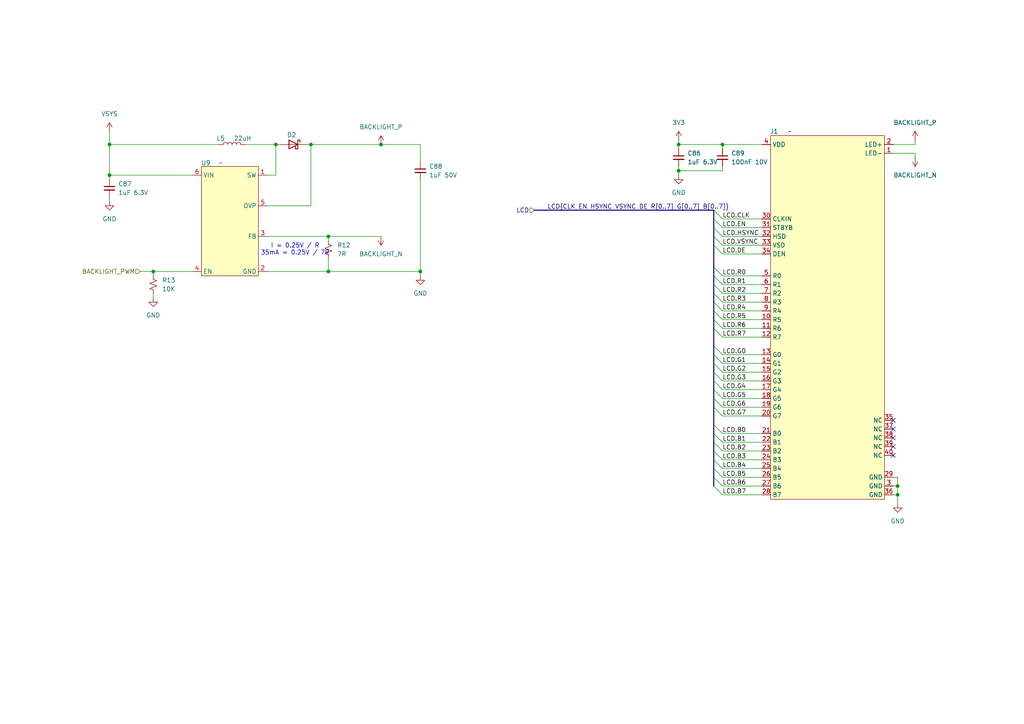
<source format=kicad_sch>
(kicad_sch (version 20250114) (generator "eeschema") (generator_version "9.0")
  (paper "A4")
  (lib_symbols
    (symbol "Device:C_Small" (pin_numbers (hide yes)) (pin_names (offset 0.254) (hide yes))
      (property "Reference" "C" (at 0.254 1.778 0))
      (property "Value" "C_Small" (at 0.254 -2.032 0))
      (symbol "C_Small_0_1"
        (polyline (pts (xy -1.524 0.508) (xy 1.524 0.508)) (stroke (width 0.3048)))
        (polyline (pts (xy -1.524 -0.508) (xy 1.524 -0.508)) (stroke (width 0.3302)))
      )
      (symbol "C_Small_1_1"
        (pin passive line (at 0 2.54 270) (length 2.032) (name "~") (number "1"))
        (pin passive line (at 0 -2.54 90) (length 2.032) (name "~") (number "2"))
      )
    )
    (symbol "Device:D_Schottky" (pin_numbers (hide yes)) (pin_names (offset 1.016) (hide yes))
      (property "Reference" "D" (at 0 2.54 0))
      (property "Value" "D_Schottky" (at 0 -2.54 0))
      (symbol "D_Schottky_0_1"
        (polyline (pts (xy -1.905 0.635) (xy -1.905 1.27) (xy -1.27 1.27) (xy -1.27 -1.27) (xy -0.635 -1.27) (xy -0.635 -0.635)) (stroke (width 0.254)))
        (polyline (pts (xy 1.27 1.27) (xy 1.27 -1.27) (xy -1.27 0) (xy 1.27 1.27)) (stroke (width 0.254)))
        (polyline (pts (xy 1.27 0) (xy -1.27 0)))
      )
      (symbol "D_Schottky_1_1"
        (pin passive line (at -3.81 0 0) (length 2.54) (name "K") (number "1"))
        (pin passive line (at 3.81 0 180) (length 2.54) (name "A") (number "2"))
      )
    )
    (symbol "Device:L" (pin_numbers (hide yes)) (pin_names (offset 1.016) (hide yes))
      (property "Reference" "L" (at -1.27 0 90))
      (property "Value" "L" (at 1.905 0 90))
      (symbol "L_0_1"
        (arc (start 0 2.54) (mid 0.6323 1.905) (end 0 1.27))
        (arc (start 0 1.27) (mid 0.6323 0.635) (end 0 0))
        (arc (start 0 0) (mid 0.6323 -0.635) (end 0 -1.27))
        (arc (start 0 -1.27) (mid 0.6323 -1.905) (end 0 -2.54))
      )
      (symbol "L_1_1"
        (pin passive line (at 0 3.81 270) (length 1.27) (name "1") (number "1"))
        (pin passive line (at 0 -3.81 90) (length 1.27) (name "2") (number "2"))
      )
    )
    (symbol "Device:R_Small_US" (pin_numbers (hide yes)) (pin_names (offset 0.254) (hide yes))
      (property "Reference" "R" (at 0.762 0.508 0))
      (property "Value" "R_Small_US" (at 0.762 -1.016 0))
      (symbol "R_Small_US_1_1"
        (polyline (pts (xy 0 1.524) (xy 1.016 1.143) (xy 0 0.762) (xy -1.016 0.381) (xy 0 0)))
        (polyline (pts (xy 0 0) (xy 1.016 -0.381) (xy 0 -0.762) (xy -1.016 -1.143) (xy 0 -1.524)))
        (pin passive line (at 0 2.54 270) (length 1.016) (name "~") (number "1"))
        (pin passive line (at 0 -2.54 90) (length 1.016) (name "~") (number "2"))
      )
    )
    (symbol "power:GND" (power) (pin_numbers (hide yes)) (pin_names (offset 0) (hide yes))
      (property "Value" "GND" (at 0 -3.81 0))
      (symbol "GND_0_1"
        (polyline (pts (xy 0 0) (xy 0 -1.27) (xy 1.27 -1.27) (xy 0 -2.54) (xy -1.27 -1.27) (xy 0 -1.27)))
      )
      (symbol "GND_1_1"
        (pin power_in line (at 0 0 270) (length 0) (name "~") (number "1"))
      )
    )
    (symbol "power:VCC" (power) (pin_numbers (hide yes)) (pin_names (offset 0) (hide yes))
      (property "Value" "VCC" (at 0 3.556 0))
      (symbol "VCC_0_1"
        (polyline (pts (xy -0.762 1.27) (xy 0 2.54)))
        (polyline (pts (xy 0 2.54) (xy 0.762 1.27)))
        (polyline (pts (xy 0 0) (xy 0 2.54)))
      )
      (symbol "VCC_1_1"
        (pin power_in line (at 0 0 90) (length 0) (name "~") (number "1"))
      )
    )
    (symbol "symbol-library:AP5725WG-7"
      (property "Reference" "U" (at 0.762 1.016 0))
      (symbol "AP5725WG-7_0_1"
        (rectangle (start 0 0) (end 16.51 -31.75) (fill (type background)))
      )
      (symbol "AP5725WG-7_1_1"
        (pin power_in line (at -2.54 -2.54 0) (length 2.54) (name "VIN") (number "6"))
        (pin input line (at -2.54 -30.48 0) (length 2.54) (name "EN") (number "4"))
        (pin power_out line (at 19.05 -2.54 180) (length 2.54) (name "SW") (number "1"))
        (pin input line (at 19.05 -11.43 180) (length 2.54) (name "OVP") (number "5"))
        (pin input line (at 19.05 -20.32 180) (length 2.54) (name "FB") (number "3"))
        (pin power_out line (at 19.05 -30.48 180) (length 2.54) (name "GND") (number "2"))
      )
    )
    (symbol "symbol-library:NHD-4.3-480272EF-ASXP"
      (property "Reference" "J" (at 0.762 0.762 0))
      (symbol "NHD-4.3-480272EF-ASXP_0_1"
        (rectangle (start 0 0) (end 33.02 -105.41) (fill (type background)))
      )
      (symbol "NHD-4.3-480272EF-ASXP_1_1"
        (pin power_in line (at -2.54 -2.54 0) (length 2.54) (name "VDD") (number "4"))
        (pin input line (at -2.54 -24.13 0) (length 2.54) (name "CLKIN") (number "30"))
        (pin input line (at -2.54 -26.67 0) (length 2.54) (name "STBYB") (number "31"))
        (pin input line (at -2.54 -29.21 0) (length 2.54) (name "HSD") (number "32"))
        (pin input line (at -2.54 -31.75 0) (length 2.54) (name "VSD") (number "33"))
        (pin input line (at -2.54 -34.29 0) (length 2.54) (name "DEN") (number "34"))
        (pin input line (at -2.54 -40.64 0) (length 2.54) (name "R0") (number "5"))
        (pin input line (at -2.54 -43.18 0) (length 2.54) (name "R1") (number "6"))
        (pin input line (at -2.54 -45.72 0) (length 2.54) (name "R2") (number "7"))
        (pin input line (at -2.54 -48.26 0) (length 2.54) (name "R3") (number "8"))
        (pin input line (at -2.54 -50.8 0) (length 2.54) (name "R4") (number "9"))
        (pin input line (at -2.54 -53.34 0) (length 2.54) (name "R5") (number "10"))
        (pin input line (at -2.54 -55.88 0) (length 2.54) (name "R6") (number "11"))
        (pin input line (at -2.54 -58.42 0) (length 2.54) (name "R7") (number "12"))
        (pin input line (at -2.54 -63.5 0) (length 2.54) (name "G0") (number "13"))
        (pin input line (at -2.54 -66.04 0) (length 2.54) (name "G1") (number "14"))
        (pin input line (at -2.54 -68.58 0) (length 2.54) (name "G2") (number "15"))
        (pin input line (at -2.54 -71.12 0) (length 2.54) (name "G3") (number "16"))
        (pin input line (at -2.54 -73.66 0) (length 2.54) (name "G4") (number "17"))
        (pin input line (at -2.54 -76.2 0) (length 2.54) (name "G5") (number "18"))
        (pin input line (at -2.54 -78.74 0) (length 2.54) (name "G6") (number "19"))
        (pin input line (at -2.54 -81.28 0) (length 2.54) (name "G7") (number "20"))
        (pin input line (at -2.54 -86.36 0) (length 2.54) (name "B0") (number "21"))
        (pin input line (at -2.54 -88.9 0) (length 2.54) (name "B1") (number "22"))
        (pin input line (at -2.54 -91.44 0) (length 2.54) (name "B2") (number "23"))
        (pin input line (at -2.54 -93.98 0) (length 2.54) (name "B3") (number "24"))
        (pin input line (at -2.54 -96.52 0) (length 2.54) (name "B4") (number "25"))
        (pin input line (at -2.54 -99.06 0) (length 2.54) (name "B5") (number "26"))
        (pin input line (at -2.54 -101.6 0) (length 2.54) (name "B6") (number "27"))
        (pin input line (at -2.54 -104.14 0) (length 2.54) (name "B7") (number "28"))
        (pin power_in line (at 35.56 -2.54 180) (length 2.54) (name "LED+") (number "2"))
        (pin power_in line (at 35.56 -5.08 180) (length 2.54) (name "LED-") (number "1"))
        (pin passive line (at 35.56 -82.55 180) (length 2.54) (name "NC") (number "35"))
        (pin passive line (at 35.56 -85.09 180) (length 2.54) (name "NC") (number "37"))
        (pin passive line (at 35.56 -87.63 180) (length 2.54) (name "NC") (number "38"))
        (pin passive line (at 35.56 -90.17 180) (length 2.54) (name "NC") (number "39"))
        (pin passive line (at 35.56 -92.71 180) (length 2.54) (name "NC") (number "40"))
        (pin power_in line (at 35.56 -99.06 180) (length 2.54) (name "GND") (number "29"))
        (pin power_in line (at 35.56 -101.6 180) (length 2.54) (name "GND") (number "3"))
        (pin power_in line (at 35.56 -104.14 180) (length 2.54) (name "GND") (number "36"))
      )
    )
  )
  (text "I = 0.25V / R\n35mA = 0.25V / 7R" (at 85.598 72.39 0) (effects (font (size 1.27 1.27))))
  (junction (at 44.45 78.74))
  (junction (at 31.75 50.8))
  (junction (at 196.85 49.53))
  (junction (at 110.49 41.91))
  (junction (at 31.75 41.91))
  (junction (at 95.25 68.58))
  (junction (at 209.55 41.91))
  (junction (at 90.17 41.91))
  (junction (at 121.92 78.74))
  (junction (at 80.01 41.91))
  (junction (at 260.35 143.51))
  (junction (at 95.25 78.74))
  (junction (at 196.85 41.91))
  (junction (at 260.35 140.97))
  (no_connect (at 259.08 132.08))
  (no_connect (at 259.08 121.92))
  (no_connect (at 259.08 129.54))
  (no_connect (at 259.08 127))
  (no_connect (at 259.08 124.46))
  (bus_entry (at 207.01 115.57) (size 2.54 2.54))
  (bus_entry (at 207.01 71.12) (size 2.54 2.54))
  (bus_entry (at 207.01 125.73) (size 2.54 2.54))
  (bus_entry (at 207.01 102.87) (size 2.54 2.54))
  (bus_entry (at 207.01 63.5) (size 2.54 2.54))
  (bus_entry (at 207.01 92.71) (size 2.54 2.54))
  (bus_entry (at 207.01 100.33) (size 2.54 2.54))
  (bus_entry (at 207.01 113.03) (size 2.54 2.54))
  (bus_entry (at 207.01 140.97) (size 2.54 2.54))
  (bus_entry (at 207.01 66.04) (size 2.54 2.54))
  (bus_entry (at 207.01 82.55) (size 2.54 2.54))
  (bus_entry (at 207.01 90.17) (size 2.54 2.54))
  (bus_entry (at 207.01 60.96) (size 2.54 2.54))
  (bus_entry (at 207.01 105.41) (size 2.54 2.54))
  (bus_entry (at 207.01 77.47) (size 2.54 2.54))
  (bus_entry (at 207.01 80.01) (size 2.54 2.54))
  (bus_entry (at 207.01 110.49) (size 2.54 2.54))
  (bus_entry (at 207.01 138.43) (size 2.54 2.54))
  (bus_entry (at 207.01 118.11) (size 2.54 2.54))
  (bus_entry (at 207.01 133.35) (size 2.54 2.54))
  (bus_entry (at 207.01 95.25) (size 2.54 2.54))
  (bus_entry (at 207.01 128.27) (size 2.54 2.54))
  (bus_entry (at 207.01 130.81) (size 2.54 2.54))
  (bus_entry (at 207.01 87.63) (size 2.54 2.54))
  (bus_entry (at 207.01 85.09) (size 2.54 2.54))
  (bus_entry (at 207.01 68.58) (size 2.54 2.54))
  (bus_entry (at 207.01 135.89) (size 2.54 2.54))
  (bus_entry (at 207.01 123.19) (size 2.54 2.54))
  (bus_entry (at 207.01 107.95) (size 2.54 2.54))
  (wire (pts (xy 209.55 138.43) (xy 220.98 138.43)))
  (wire (pts (xy 209.55 125.73) (xy 220.98 125.73)))
  (wire (pts (xy 209.55 71.12) (xy 220.98 71.12)))
  (wire (pts (xy 90.17 41.91) (xy 110.49 41.91)))
  (wire (pts (xy 196.85 40.64) (xy 196.85 41.91)))
  (wire (pts (xy 31.75 57.15) (xy 31.75 58.42)))
  (wire (pts (xy 95.25 78.74) (xy 121.92 78.74)))
  (wire (pts (xy 259.08 138.43) (xy 260.35 138.43)))
  (wire (pts (xy 209.55 143.51) (xy 220.98 143.51)))
  (bus (pts (xy 207.01 71.12) (xy 207.01 68.58)))
  (bus (pts (xy 207.01 110.49) (xy 207.01 107.95)))
  (wire (pts (xy 77.47 78.74) (xy 95.25 78.74)))
  (bus (pts (xy 207.01 125.73) (xy 207.01 123.19)))
  (wire (pts (xy 209.55 85.09) (xy 220.98 85.09)))
  (wire (pts (xy 95.25 68.58) (xy 77.47 68.58)))
  (bus (pts (xy 207.01 66.04) (xy 207.01 63.5)))
  (wire (pts (xy 31.75 41.91) (xy 63.5 41.91)))
  (wire (pts (xy 209.55 120.65) (xy 220.98 120.65)))
  (wire (pts (xy 209.55 128.27) (xy 220.98 128.27)))
  (wire (pts (xy 209.55 107.95) (xy 220.98 107.95)))
  (wire (pts (xy 95.25 74.93) (xy 95.25 78.74)))
  (wire (pts (xy 209.55 73.66) (xy 220.98 73.66)))
  (bus (pts (xy 207.01 118.11) (xy 207.01 115.57)))
  (bus (pts (xy 207.01 115.57) (xy 207.01 113.03)))
  (wire (pts (xy 81.28 41.91) (xy 80.01 41.91)))
  (wire (pts (xy 196.85 41.91) (xy 209.55 41.91)))
  (wire (pts (xy 31.75 50.8) (xy 55.88 50.8)))
  (bus (pts (xy 207.01 90.17) (xy 207.01 87.63)))
  (wire (pts (xy 71.12 41.91) (xy 80.01 41.91)))
  (wire (pts (xy 209.55 102.87) (xy 220.98 102.87)))
  (wire (pts (xy 209.55 95.25) (xy 220.98 95.25)))
  (bus (pts (xy 207.01 140.97) (xy 207.01 138.43)))
  (bus (pts (xy 207.01 113.03) (xy 207.01 110.49)))
  (wire (pts (xy 196.85 49.53) (xy 196.85 48.26)))
  (wire (pts (xy 259.08 140.97) (xy 260.35 140.97)))
  (bus (pts (xy 207.01 77.47) (xy 207.01 71.12)))
  (wire (pts (xy 110.49 68.58) (xy 95.25 68.58)))
  (wire (pts (xy 80.01 50.8) (xy 77.47 50.8)))
  (wire (pts (xy 209.55 66.04) (xy 220.98 66.04)))
  (wire (pts (xy 110.49 41.91) (xy 121.92 41.91)))
  (bus (pts (xy 207.01 95.25) (xy 207.01 92.71)))
  (bus (pts (xy 207.01 85.09) (xy 207.01 82.55)))
  (bus (pts (xy 207.01 130.81) (xy 207.01 128.27)))
  (bus (pts (xy 207.01 133.35) (xy 207.01 130.81)))
  (wire (pts (xy 209.55 87.63) (xy 220.98 87.63)))
  (wire (pts (xy 260.35 140.97) (xy 260.35 143.51)))
  (wire (pts (xy 209.55 115.57) (xy 220.98 115.57)))
  (wire (pts (xy 209.55 97.79) (xy 220.98 97.79)))
  (wire (pts (xy 260.35 138.43) (xy 260.35 140.97)))
  (wire (pts (xy 31.75 50.8) (xy 31.75 52.07)))
  (bus (pts (xy 207.01 80.01) (xy 207.01 77.47)))
  (bus (pts (xy 207.01 105.41) (xy 207.01 102.87)))
  (wire (pts (xy 31.75 41.91) (xy 31.75 38.1)))
  (wire (pts (xy 259.08 44.45) (xy 265.43 44.45)))
  (wire (pts (xy 209.55 133.35) (xy 220.98 133.35)))
  (wire (pts (xy 209.55 113.03) (xy 220.98 113.03)))
  (wire (pts (xy 209.55 48.26) (xy 209.55 49.53)))
  (wire (pts (xy 265.43 41.91) (xy 259.08 41.91)))
  (wire (pts (xy 90.17 59.69) (xy 77.47 59.69)))
  (wire (pts (xy 31.75 50.8) (xy 31.75 41.91)))
  (wire (pts (xy 209.55 118.11) (xy 220.98 118.11)))
  (wire (pts (xy 209.55 135.89) (xy 220.98 135.89)))
  (wire (pts (xy 209.55 110.49) (xy 220.98 110.49)))
  (wire (pts (xy 90.17 41.91) (xy 90.17 59.69)))
  (bus (pts (xy 207.01 63.5) (xy 207.01 60.96)))
  (wire (pts (xy 265.43 44.45) (xy 265.43 45.72)))
  (wire (pts (xy 121.92 41.91) (xy 121.92 46.99)))
  (wire (pts (xy 80.01 41.91) (xy 80.01 50.8)))
  (wire (pts (xy 209.55 140.97) (xy 220.98 140.97)))
  (wire (pts (xy 209.55 49.53) (xy 196.85 49.53)))
  (wire (pts (xy 121.92 52.07) (xy 121.92 78.74)))
  (wire (pts (xy 196.85 41.91) (xy 196.85 43.18)))
  (bus (pts (xy 154.94 60.96) (xy 207.01 60.96)))
  (bus (pts (xy 207.01 68.58) (xy 207.01 66.04)))
  (bus (pts (xy 207.01 82.55) (xy 207.01 80.01)))
  (wire (pts (xy 196.85 49.53) (xy 196.85 50.8)))
  (wire (pts (xy 209.55 41.91) (xy 220.98 41.91)))
  (bus (pts (xy 207.01 135.89) (xy 207.01 133.35)))
  (bus (pts (xy 207.01 128.27) (xy 207.01 125.73)))
  (wire (pts (xy 44.45 78.74) (xy 55.88 78.74)))
  (bus (pts (xy 207.01 123.19) (xy 207.01 118.11)))
  (bus (pts (xy 207.01 92.71) (xy 207.01 90.17)))
  (wire (pts (xy 40.64 78.74) (xy 44.45 78.74)))
  (wire (pts (xy 121.92 78.74) (xy 121.92 80.01)))
  (wire (pts (xy 209.55 92.71) (xy 220.98 92.71)))
  (wire (pts (xy 209.55 105.41) (xy 220.98 105.41)))
  (wire (pts (xy 209.55 82.55) (xy 220.98 82.55)))
  (bus (pts (xy 207.01 87.63) (xy 207.01 85.09)))
  (bus (pts (xy 207.01 138.43) (xy 207.01 135.89)))
  (wire (pts (xy 259.08 143.51) (xy 260.35 143.51)))
  (wire (pts (xy 209.55 80.01) (xy 220.98 80.01)))
  (wire (pts (xy 209.55 63.5) (xy 220.98 63.5)))
  (wire (pts (xy 44.45 80.01) (xy 44.45 78.74)))
  (wire (pts (xy 95.25 68.58) (xy 95.25 69.85)))
  (wire (pts (xy 88.9 41.91) (xy 90.17 41.91)))
  (wire (pts (xy 209.55 68.58) (xy 220.98 68.58)))
  (wire (pts (xy 209.55 130.81) (xy 220.98 130.81)))
  (bus (pts (xy 207.01 107.95) (xy 207.01 105.41)))
  (wire (pts (xy 265.43 40.64) (xy 265.43 41.91)))
  (bus (pts (xy 207.01 100.33) (xy 207.01 95.25)))
  (wire (pts (xy 44.45 85.09) (xy 44.45 86.36)))
  (wire (pts (xy 209.55 90.17) (xy 220.98 90.17)))
  (wire (pts (xy 260.35 143.51) (xy 260.35 146.05)))
  (bus (pts (xy 207.01 102.87) (xy 207.01 100.33)))
  (wire (pts (xy 209.55 41.91) (xy 209.55 43.18)))
  (label "LCD.R1" (at 209.55 82.55 0))
  (label "LCD.G1" (at 209.55 105.41 0))
  (label "LCD.B2" (at 209.55 130.81 0))
  (label "LCD.G6" (at 209.55 118.11 0))
  (label "LCD.R0" (at 209.55 80.01 0))
  (label "LCD.B5" (at 209.55 138.43 0))
  (label "LCD.VSYNC" (at 209.55 71.12 0))
  (label "LCD.R6" (at 209.55 95.25 0))
  (label "LCD.B3" (at 209.55 133.35 0))
  (label "LCD.B6" (at 209.55 140.97 0))
  (label "LCD.G2" (at 209.55 107.95 0))
  (label "LCD.G7" (at 209.55 120.65 0))
  (label "LCD.B7" (at 209.55 143.51 0))
  (label "LCD.G0" (at 209.55 102.87 0))
  (label "LCD.B1" (at 209.55 128.27 0))
  (label "LCD.DE" (at 209.55 73.66 0))
  (label "LCD.R4" (at 209.55 90.17 0))
  (label "LCD.B4" (at 209.55 135.89 0))
  (label "LCD.R2" (at 209.55 85.09 0))
  (label "LCD.R7" (at 209.55 97.79 0))
  (label "LCD{CLK EN HSYNC VSYNC DE R[0..7] G[0..7] B[0..7]}" (at 158.75 60.96 0))
  (label "LCD.G4" (at 209.55 113.03 0))
  (label "LCD.CLK" (at 209.55 63.5 0))
  (label "LCD.B0" (at 209.55 125.73 0))
  (label "LCD.HSYNC" (at 209.55 68.58 0))
  (label "LCD.R5" (at 209.55 92.71 0))
  (label "LCD.G5" (at 209.55 115.57 0))
  (label "LCD.G3" (at 209.55 110.49 0))
  (label "LCD.R3" (at 209.55 87.63 0))
  (label "LCD.EN" (at 209.55 66.04 0))
  (hierarchical_label "LCD" (shape input) (at 154.94 60.96 180))
  (hierarchical_label "BACKLIGHT_PWM" (shape input) (at 40.64 78.74 180))
  (symbol (lib_id "symbol-library:NHD-4.3-480272EF-ASXP") (at 223.52 39.37 0) (unit 1)
    (property "Reference" "J1" (at 224.536 38.1 0))
    (property "Value" "~" (at 229.108 38.1 0))
  )
  (symbol (lib_id "Device:D_Schottky") (at 85.09 41.91 0) (mirror y) (unit 1)
    (property "Reference" "D2" (at 84.582 39.116 0))
    (property "Value" "D_Schottky" (effects (hide yes)))
    (property "Description" "Schottky diode" (effects (hide yes)))
  )
  (symbol (lib_id "power:GND") (at 121.92 80.01 0) (unit 1)
    (property "Reference" "#PWR0115" (effects (hide yes)))
    (property "Value" "GND" (at 121.92 85.09 0))
    (property "Description" "Power symbol creates a global label with name \"GND\" , ground" (effects (hide yes)))
  )
  (symbol (lib_id "power:VCC") (at 110.49 68.58 180) (unit 1)
    (property "Reference" "#PWR0113" (effects (hide yes)))
    (property "Value" "BACKLIGHT_N" (at 110.49 73.66 0))
    (property "Description" "Power symbol creates a global label with name \"VCC\"" (effects (hide yes)))
  )
  (symbol (lib_id "Device:R_Small_US") (at 95.25 72.39 0) (unit 1)
    (property "Reference" "R12" (at 97.79 71.1199 0) (effects (justify left)))
    (property "Value" "7R" (at 97.79 73.6599 0) (effects (justify left)))
    (property "Description" "Resistor, small US symbol" (effects (hide yes)))
  )
  (symbol (lib_id "symbol-library:AP5725WG-7") (at 58.42 48.26 0) (unit 1)
    (property "Reference" "U9" (at 59.69 47.244 0))
    (property "Value" "~" (at 64.008 47.244 0))
  )
  (symbol (lib_id "power:GND") (at 31.75 58.42 0) (unit 1)
    (property "Reference" "#PWR0114" (effects (hide yes)))
    (property "Value" "GND" (at 31.75 63.5 0))
    (property "Description" "Power symbol creates a global label with name \"GND\" , ground" (effects (hide yes)))
  )
  (symbol (lib_id "power:VCC") (at 265.43 45.72 180) (unit 1)
    (property "Reference" "#PWR0119" (effects (hide yes)))
    (property "Value" "BACKLIGHT_N" (at 265.43 50.8 0))
    (property "Description" "Power symbol creates a global label with name \"VCC\"" (effects (hide yes)))
  )
  (symbol (lib_id "power:GND") (at 260.35 146.05 0) (unit 1)
    (property "Reference" "#PWR0109" (effects (hide yes)))
    (property "Value" "GND" (at 260.35 151.13 0))
    (property "Description" "Power symbol creates a global label with name \"GND\" , ground" (effects (hide yes)))
  )
  (symbol (lib_id "power:VCC") (at 196.85 40.64 0) (unit 1)
    (property "Reference" "#PWR0112" (effects (hide yes)))
    (property "Value" "3V3" (at 196.85 35.56 0))
    (property "Description" "Power symbol creates a global label with name \"VCC\"" (effects (hide yes)))
  )
  (symbol (lib_id "Device:C_Small") (at 209.55 45.72 0) (unit 1)
    (property "Reference" "C89" (at 212.09 44.4562 0) (effects (justify left)))
    (property "Value" "100nF 10V" (at 212.09 46.9962 0) (effects (justify left)))
    (property "Description" "Unpolarized capacitor, small symbol" (effects (hide yes)))
  )
  (symbol (lib_id "power:GND") (at 196.85 50.8 0) (unit 1)
    (property "Reference" "#PWR0117" (effects (hide yes)))
    (property "Value" "GND" (at 196.85 55.88 0))
    (property "Description" "Power symbol creates a global label with name \"GND\" , ground" (effects (hide yes)))
  )
  (symbol (lib_id "power:VCC") (at 110.49 41.91 0) (unit 1)
    (property "Reference" "#PWR0116" (effects (hide yes)))
    (property "Value" "BACKLIGHT_P" (at 110.49 36.83 0))
    (property "Description" "Power symbol creates a global label with name \"VCC\"" (effects (hide yes)))
  )
  (symbol (lib_id "power:VCC") (at 265.43 40.64 0) (unit 1)
    (property "Reference" "#PWR0118" (effects (hide yes)))
    (property "Value" "BACKLIGHT_P" (at 265.43 35.56 0))
    (property "Description" "Power symbol creates a global label with name \"VCC\"" (effects (hide yes)))
  )
  (symbol (lib_id "Device:C_Small") (at 121.92 49.53 0) (unit 1)
    (property "Reference" "C88" (at 124.46 48.2662 0) (effects (justify left)))
    (property "Value" "1uF 50V" (at 124.46 50.8062 0) (effects (justify left)))
    (property "Description" "Unpolarized capacitor, small symbol" (effects (hide yes)))
  )
  (symbol (lib_id "power:GND") (at 44.45 86.36 0) (unit 1)
    (property "Reference" "#PWR0110" (effects (hide yes)))
    (property "Value" "GND" (at 44.45 91.44 0))
    (property "Description" "Power symbol creates a global label with name \"GND\" , ground" (effects (hide yes)))
  )
  (symbol (lib_id "power:VCC") (at 31.75 38.1 0) (unit 1)
    (property "Reference" "#PWR0111" (effects (hide yes)))
    (property "Value" "VSYS" (at 31.75 33.02 0))
    (property "Description" "Power symbol creates a global label with name \"VCC\"" (effects (hide yes)))
  )
  (symbol (lib_id "Device:R_Small_US") (at 44.45 82.55 0) (unit 1)
    (property "Reference" "R13" (at 46.99 81.2799 0) (effects (justify left)))
    (property "Value" "10K" (at 46.99 83.8199 0) (effects (justify left)))
    (property "Description" "Resistor, small US symbol" (effects (hide yes)))
  )
  (symbol (lib_id "Device:L") (at 67.31 41.91 90) (unit 1)
    (property "Reference" "L5" (at 64.008 40.132 90))
    (property "Value" "22uH" (at 70.358 40.132 90))
    (property "Description" "Inductor" (effects (hide yes)))
  )
  (symbol (lib_id "Device:C_Small") (at 196.85 45.72 0) (unit 1)
    (property "Reference" "C86" (at 199.39 44.4562 0) (effects (justify left)))
    (property "Value" "1uF 6.3V" (at 199.39 46.9962 0) (effects (justify left)))
    (property "Description" "Unpolarized capacitor, small symbol" (effects (hide yes)))
  )
  (symbol (lib_id "Device:C_Small") (at 31.75 54.61 0) (unit 1)
    (property "Reference" "C87" (at 34.29 53.3462 0) (effects (justify left)))
    (property "Value" "1uF 6.3V" (at 34.29 55.8862 0) (effects (justify left)))
    (property "Description" "Unpolarized capacitor, small symbol" (effects (hide yes)))
  )
)
</source>
